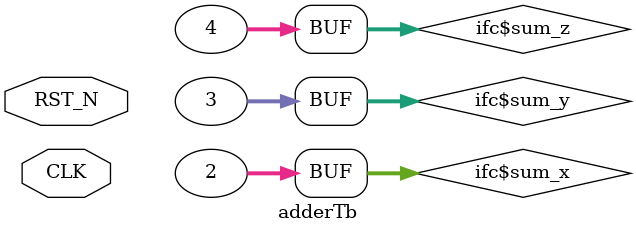
<source format=v>

`ifdef BSV_ASSIGNMENT_DELAY
`else
  `define BSV_ASSIGNMENT_DELAY
`endif

`ifdef BSV_POSITIVE_RESET
  `define BSV_RESET_VALUE 1'b1
  `define BSV_RESET_EDGE posedge
`else
  `define BSV_RESET_VALUE 1'b0
  `define BSV_RESET_EDGE negedge
`endif

module adderTb(CLK,
	       RST_N);
  input  CLK;
  input  RST_N;

  // ports of submodule ifc
  wire [31 : 0] ifc$sum, ifc$sum_x, ifc$sum_y, ifc$sum_z;

  // submodule ifc
  mkIfcIns ifc(.CLK(CLK),
	       .RST_N(RST_N),
	       .sum_x(ifc$sum_x),
	       .sum_y(ifc$sum_y),
	       .sum_z(ifc$sum_z),
	       .sum(ifc$sum),
	       .RDY_sum());

  // submodule ifc
  assign ifc$sum_x = 32'd2 ;
  assign ifc$sum_y = 32'd3 ;
  assign ifc$sum_z = 32'd4 ;

  // handling of system tasks

  // synopsys translate_off
  always@(negedge CLK)
  begin
    #0;
    $display("Answer is %d", $signed(ifc$sum));
    $finish(32'd0);
  end
  // synopsys translate_on
endmodule  // adderTb


</source>
